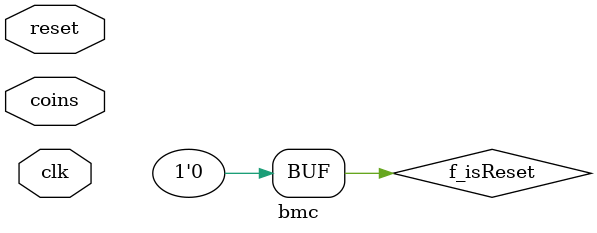
<source format=v>
/*
 *  OffCourse::Verilog
 *		- ice-cream-moore bmc
 *
 *  Written by: Aleksandrs
 *  License: MIT
 */

module	bmc(
  input wire clk,
  input wire reset,
  input wire [1:0] coins,
);

  reg f_isReset;
  initial f_isReset <= 0;

  reg coffee_ref, coffee_dut;
    
  reg [2:0] state_ref; 
  reg [2:0] state_dut;


  REF REF (
    .clk(clk),
    .reset(reset),
    .coins(coins),
    .coffee(coffee_ref),
    .state(state_ref),
  );

  DUT DUT(
    .clk(clk),
    .reset(reset),
    .coins(coins),
    .coffee(coffee_dut),
    .state(state_dut),
  );

`ifdef	FORMAL
  always @(posedge clk) begin
    if(reset)
      f_isReset <= 1;
    if(f_isReset) begin
      assert(coffee_ref == coffee_dut);
      assert(state_ref == state_dut);
    end
  end
`endif
endmodule

</source>
